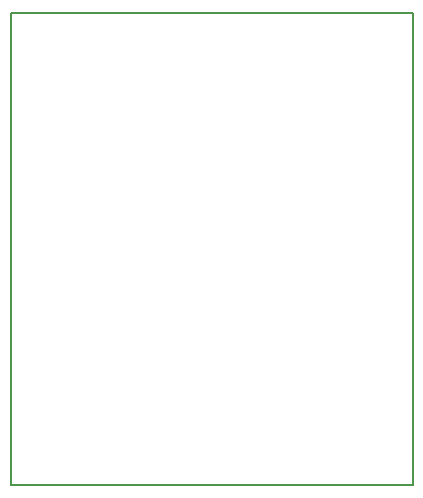
<source format=gm1>
G04 #@! TF.GenerationSoftware,KiCad,Pcbnew,5.0.2-bee76a0~70~ubuntu18.04.1*
G04 #@! TF.CreationDate,2019-05-30T10:34:00+02:00*
G04 #@! TF.ProjectId,DummyLoad,44756d6d-794c-46f6-9164-2e6b69636164,1.0*
G04 #@! TF.SameCoordinates,Original*
G04 #@! TF.FileFunction,Profile,NP*
%FSLAX46Y46*%
G04 Gerber Fmt 4.6, Leading zero omitted, Abs format (unit mm)*
G04 Created by KiCad (PCBNEW 5.0.2-bee76a0~70~ubuntu18.04.1) date Do 30 Mai 2019 10:34:00 CEST*
%MOMM*%
%LPD*%
G01*
G04 APERTURE LIST*
%ADD10C,0.150000*%
G04 APERTURE END LIST*
D10*
X83000000Y-100000000D02*
X83000000Y-140000000D01*
X117000000Y-100000000D02*
X83000000Y-100000000D01*
X117000000Y-140000000D02*
X117000000Y-100000000D01*
X83000000Y-140000000D02*
X117000000Y-140000000D01*
M02*

</source>
